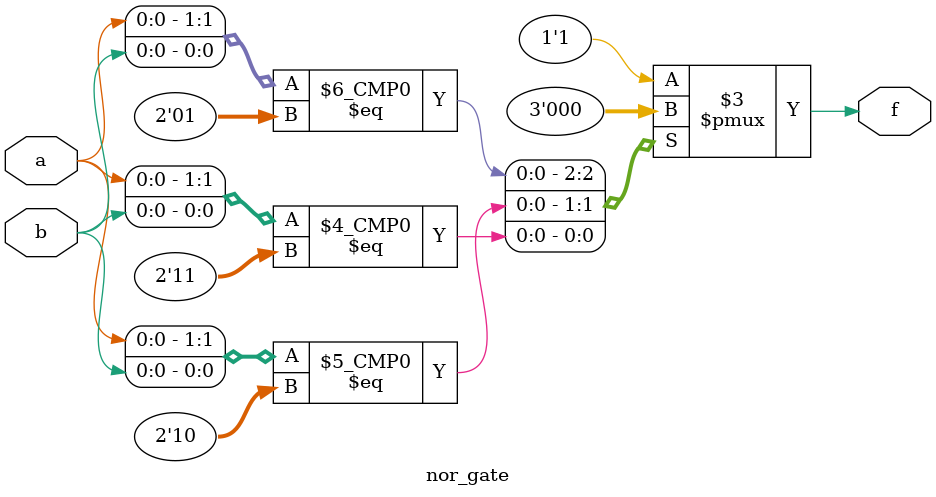
<source format=v>
`timescale 1ns / 1ps


module nor_gate(
    input a, b,
    output reg f
    );
     always@(*)
    begin
    case({a,b})
    2'b01: f = 0;
    2'b10: f = 0;
    2'b11: f = 0;
    default: f = 1;
    endcase
    end
endmodule

</source>
